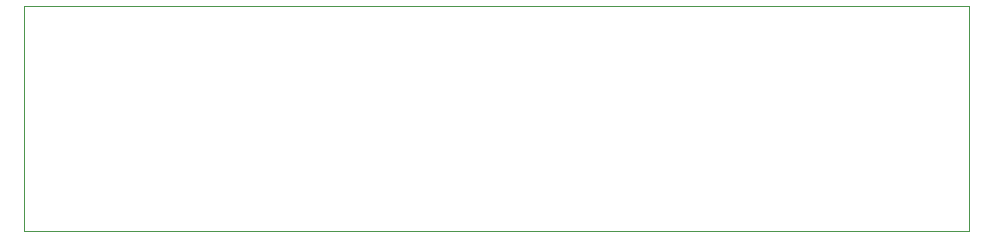
<source format=gbr>
%TF.GenerationSoftware,KiCad,Pcbnew,6.0.5*%
%TF.CreationDate,2022-09-22T17:46:00+02:00*%
%TF.ProjectId,ABS_Simulator_LEDs_b,4142535f-5369-46d7-956c-61746f725f4c,1.0*%
%TF.SameCoordinates,Original*%
%TF.FileFunction,Profile,NP*%
%FSLAX46Y46*%
G04 Gerber Fmt 4.6, Leading zero omitted, Abs format (unit mm)*
G04 Created by KiCad (PCBNEW 6.0.5) date 2022-09-22 17:46:00*
%MOMM*%
%LPD*%
G01*
G04 APERTURE LIST*
%TA.AperFunction,Profile*%
%ADD10C,0.100000*%
%TD*%
G04 APERTURE END LIST*
D10*
X80000000Y-100000000D02*
X160000000Y-100000000D01*
X160000000Y-100000000D02*
X160000000Y-81000000D01*
X160000000Y-81000000D02*
X80000000Y-81000000D01*
X80000000Y-81000000D02*
X80000000Y-100000000D01*
M02*

</source>
